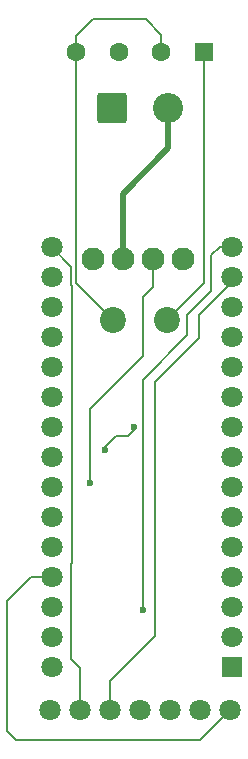
<source format=gbr>
%TF.GenerationSoftware,KiCad,Pcbnew,8.0.8-8.0.8-0~ubuntu24.04.1*%
%TF.CreationDate,2025-02-15T12:59:06-07:00*%
%TF.ProjectId,Temperature Sensor,54656d70-6572-4617-9475-72652053656e,rev?*%
%TF.SameCoordinates,Original*%
%TF.FileFunction,Copper,L1,Top*%
%TF.FilePolarity,Positive*%
%FSLAX46Y46*%
G04 Gerber Fmt 4.6, Leading zero omitted, Abs format (unit mm)*
G04 Created by KiCad (PCBNEW 8.0.8-8.0.8-0~ubuntu24.04.1) date 2025-02-15 12:59:06*
%MOMM*%
%LPD*%
G01*
G04 APERTURE LIST*
G04 Aperture macros list*
%AMRoundRect*
0 Rectangle with rounded corners*
0 $1 Rounding radius*
0 $2 $3 $4 $5 $6 $7 $8 $9 X,Y pos of 4 corners*
0 Add a 4 corners polygon primitive as box body*
4,1,4,$2,$3,$4,$5,$6,$7,$8,$9,$2,$3,0*
0 Add four circle primitives for the rounded corners*
1,1,$1+$1,$2,$3*
1,1,$1+$1,$4,$5*
1,1,$1+$1,$6,$7*
1,1,$1+$1,$8,$9*
0 Add four rect primitives between the rounded corners*
20,1,$1+$1,$2,$3,$4,$5,0*
20,1,$1+$1,$4,$5,$6,$7,0*
20,1,$1+$1,$6,$7,$8,$9,0*
20,1,$1+$1,$8,$9,$2,$3,0*%
G04 Aperture macros list end*
%TA.AperFunction,ComponentPad*%
%ADD10RoundRect,0.249999X-1.025001X-1.025001X1.025001X-1.025001X1.025001X1.025001X-1.025001X1.025001X0*%
%TD*%
%TA.AperFunction,ComponentPad*%
%ADD11C,2.550000*%
%TD*%
%TA.AperFunction,ComponentPad*%
%ADD12RoundRect,0.250000X0.550000X0.550000X-0.550000X0.550000X-0.550000X-0.550000X0.550000X-0.550000X0*%
%TD*%
%TA.AperFunction,ComponentPad*%
%ADD13C,1.600000*%
%TD*%
%TA.AperFunction,ComponentPad*%
%ADD14R,1.800000X1.800000*%
%TD*%
%TA.AperFunction,ComponentPad*%
%ADD15C,1.800000*%
%TD*%
%TA.AperFunction,ComponentPad*%
%ADD16C,1.930400*%
%TD*%
%TA.AperFunction,ComponentPad*%
%ADD17C,2.200000*%
%TD*%
%TA.AperFunction,ViaPad*%
%ADD18C,0.600000*%
%TD*%
%TA.AperFunction,Conductor*%
%ADD19C,0.200000*%
%TD*%
%TA.AperFunction,Conductor*%
%ADD20C,0.500000*%
%TD*%
G04 APERTURE END LIST*
D10*
%TO.P,J5,1,Pin_1*%
%TO.N,+5v*%
X142100000Y-69250000D03*
D11*
%TO.P,J5,2,Pin_2*%
%TO.N,GND*%
X146900000Y-69250000D03*
%TD*%
D12*
%TO.P,J2,1,Pin_1*%
%TO.N,Low*%
X149900000Y-64500000D03*
D13*
%TO.P,J2,2,Pin_2*%
%TO.N,High*%
X146300000Y-64500000D03*
%TO.P,J2,3,Pin_3*%
%TO.N,Low*%
X142700000Y-64500000D03*
%TO.P,J2,4,Pin_4*%
%TO.N,High*%
X139100000Y-64500000D03*
%TD*%
D14*
%TO.P,UNIT_1,1,D1/TX*%
%TO.N,unconnected-(UNIT_1-D1{slash}TX-Pad1)*%
X152250000Y-116560000D03*
D15*
%TO.P,UNIT_1,2,D0/RX*%
%TO.N,unconnected-(UNIT_1-D0{slash}RX-Pad2)*%
X152250000Y-114020000D03*
%TO.P,UNIT_1,3,RESET*%
%TO.N,unconnected-(UNIT_1-RESET-Pad3)*%
X152250000Y-111480000D03*
%TO.P,UNIT_1,4,COM/GND*%
%TO.N,GND*%
X152250000Y-108940000D03*
%TO.P,UNIT_1,5,D2*%
%TO.N,unconnected-(UNIT_1-D2-Pad5)*%
X152250000Y-106400000D03*
%TO.P,UNIT_1,6,D3*%
%TO.N,unconnected-(UNIT_1-D3-Pad6)*%
X152250000Y-103860000D03*
%TO.P,UNIT_1,7,D4*%
%TO.N,unconnected-(UNIT_1-D4-Pad7)*%
X152250000Y-101320000D03*
%TO.P,UNIT_1,8,D5*%
%TO.N,unconnected-(UNIT_1-D5-Pad8)*%
X152250000Y-98780000D03*
%TO.P,UNIT_1,9,D6*%
%TO.N,unconnected-(UNIT_1-D6-Pad9)*%
X152250000Y-96240000D03*
%TO.P,UNIT_1,10,D7*%
%TO.N,unconnected-(UNIT_1-D7-Pad10)*%
X152250000Y-93700000D03*
%TO.P,UNIT_1,11,D8*%
%TO.N,unconnected-(UNIT_1-D8-Pad11)*%
X152250000Y-91160000D03*
%TO.P,UNIT_1,12,D9*%
%TO.N,unconnected-(UNIT_1-D9-Pad12)*%
X152250000Y-88620000D03*
%TO.P,UNIT_1,13,D10*%
%TO.N,unconnected-(UNIT_1-D10-Pad13)*%
X152250000Y-86080000D03*
%TO.P,UNIT_1,14,D11/MOSI*%
%TO.N,SI*%
X152250000Y-83540000D03*
%TO.P,UNIT_1,15,D12/MISO*%
%TO.N,SO*%
X152250000Y-81000000D03*
%TO.P,UNIT_1,16,D13/SCK*%
%TO.N,SCK*%
X137010000Y-81000000D03*
%TO.P,UNIT_1,17,3V3*%
%TO.N,+3V*%
X137010000Y-83540000D03*
%TO.P,UNIT_1,18,AREF*%
%TO.N,unconnected-(UNIT_1-AREF-Pad18)*%
X137010000Y-86080000D03*
%TO.P,UNIT_1,19,A0*%
%TO.N,unconnected-(UNIT_1-A0-Pad19)*%
X137010000Y-88620000D03*
%TO.P,UNIT_1,20,A1*%
%TO.N,unconnected-(UNIT_1-A1-Pad20)*%
X137010000Y-91160000D03*
%TO.P,UNIT_1,21,A2*%
%TO.N,unconnected-(UNIT_1-A2-Pad21)*%
X137010000Y-93700000D03*
%TO.P,UNIT_1,22,A3*%
%TO.N,unconnected-(UNIT_1-A3-Pad22)*%
X137010000Y-96240000D03*
%TO.P,UNIT_1,23,A4*%
%TO.N,SDA*%
X137010000Y-98780000D03*
%TO.P,UNIT_1,24,A5*%
%TO.N,SCL*%
X137010000Y-101320000D03*
%TO.P,UNIT_1,25,A6*%
%TO.N,unconnected-(UNIT_1-A6-Pad25)*%
X137010000Y-103860000D03*
%TO.P,UNIT_1,26,A7*%
%TO.N,unconnected-(UNIT_1-A7-Pad26)*%
X137010000Y-106400000D03*
%TO.P,UNIT_1,27,+5V*%
%TO.N,+5V*%
X137010000Y-108940000D03*
%TO.P,UNIT_1,28,RESET*%
%TO.N,unconnected-(UNIT_1-RESET-Pad28)*%
X137010000Y-111480000D03*
%TO.P,UNIT_1,29,COM/GND*%
%TO.N,GND*%
X137010000Y-114020000D03*
%TO.P,UNIT_1,30,VIN*%
%TO.N,unconnected-(UNIT_1-VIN-Pad30)*%
X137010000Y-116560000D03*
%TD*%
D16*
%TO.P,UNIT_3,1,VIN*%
%TO.N,+3V*%
X140505000Y-82010000D03*
%TO.P,UNIT_3,2,GND*%
%TO.N,GND*%
X143045000Y-82010000D03*
%TO.P,UNIT_3,3,SCL*%
%TO.N,SCL*%
X145585000Y-82010000D03*
%TO.P,UNIT_3,4,SDA*%
%TO.N,SDA*%
X148125000Y-82010000D03*
%TD*%
D15*
%TO.P,UNIT_2,1,INT*%
%TO.N,unconnected-(UNIT_2-INT-Pad1)*%
X136880000Y-120190000D03*
%TO.P,UNIT_2,2,SCK*%
%TO.N,SCK*%
X139420000Y-120190000D03*
%TO.P,UNIT_2,3,SI*%
%TO.N,SI*%
X141960000Y-120190000D03*
%TO.P,UNIT_2,4,SO*%
%TO.N,SO*%
X144500000Y-120190000D03*
%TO.P,UNIT_2,5,CS*%
%TO.N,CS*%
X147040000Y-120190000D03*
%TO.P,UNIT_2,6,GND*%
%TO.N,0*%
X149580000Y-120190000D03*
%TO.P,UNIT_2,7,VCC*%
%TO.N,+5V*%
X152120000Y-120190000D03*
D17*
%TO.P,UNIT_2,8*%
%TO.N,Low*%
X146750000Y-87250000D03*
%TO.P,UNIT_2,9*%
%TO.N,High*%
X142250000Y-87250000D03*
%TD*%
D18*
%TO.N,SDA*%
X141500000Y-98250000D03*
X144000000Y-96250000D03*
%TO.N,SO*%
X144750000Y-111750000D03*
%TO.N,SCL*%
X140250000Y-101000000D03*
%TD*%
D19*
%TO.N,SDA*%
X142500000Y-97000000D02*
X143500000Y-97000000D01*
X143500000Y-97000000D02*
X144000000Y-96500000D01*
X141500000Y-98000000D02*
X142500000Y-97000000D01*
X141500000Y-98250000D02*
X141500000Y-98000000D01*
X144000000Y-96500000D02*
X144000000Y-96250000D01*
%TO.N,SO*%
X148500000Y-86750000D02*
X148500000Y-88500000D01*
X144750000Y-110750000D02*
X144750000Y-111750000D01*
X151250000Y-81000000D02*
X150500000Y-81750000D01*
X150500000Y-81750000D02*
X150500000Y-84750000D01*
X152250000Y-81000000D02*
X151250000Y-81000000D01*
X144750000Y-92250000D02*
X144750000Y-110750000D01*
X148500000Y-88500000D02*
X144750000Y-92250000D01*
X150500000Y-84750000D02*
X148500000Y-86750000D01*
%TO.N,SCK*%
X138750000Y-107750000D02*
X138700000Y-107800000D01*
X138750000Y-84315685D02*
X138750000Y-107750000D01*
X138700000Y-82690000D02*
X138700000Y-84265685D01*
X138700000Y-115950000D02*
X139420000Y-116670000D01*
X138700000Y-107800000D02*
X138700000Y-115950000D01*
X137010000Y-81000000D02*
X138700000Y-82690000D01*
X138700000Y-84265685D02*
X138750000Y-84315685D01*
X139420000Y-116670000D02*
X139420000Y-120190000D01*
%TO.N,SI*%
X145750000Y-92500000D02*
X145750000Y-114000000D01*
X149500000Y-88750000D02*
X145750000Y-92500000D01*
X145750000Y-114000000D02*
X141960000Y-117790000D01*
X141960000Y-117790000D02*
X141960000Y-120190000D01*
X152250000Y-83540000D02*
X152250000Y-84000000D01*
X149500000Y-86750000D02*
X149500000Y-88750000D01*
X152250000Y-84000000D02*
X149500000Y-86750000D01*
%TO.N,SCL*%
X145585000Y-84415000D02*
X145585000Y-82010000D01*
X140250000Y-101000000D02*
X140250000Y-94750000D01*
X144750000Y-85250000D02*
X145585000Y-84415000D01*
X140250000Y-94750000D02*
X144750000Y-90250000D01*
X144750000Y-90250000D02*
X144750000Y-85250000D01*
%TO.N,+5V*%
X137010000Y-108940000D02*
X135310000Y-108940000D01*
X149560000Y-122750000D02*
X152120000Y-120190000D01*
X134000000Y-122750000D02*
X149560000Y-122750000D01*
X135310000Y-108940000D02*
X133250000Y-111000000D01*
X133250000Y-111000000D02*
X133250000Y-122000000D01*
X133250000Y-122000000D02*
X134000000Y-122750000D01*
D20*
%TO.N,GND*%
X146900000Y-72650000D02*
X143045000Y-76505000D01*
X143045000Y-76505000D02*
X143045000Y-82010000D01*
X146900000Y-69250000D02*
X146900000Y-72650000D01*
D19*
%TO.N,Low*%
X146750000Y-87250000D02*
X149900000Y-84100000D01*
X149900000Y-84100000D02*
X149900000Y-64500000D01*
%TO.N,High*%
X140500000Y-61750000D02*
X145000000Y-61750000D01*
X139100000Y-63150000D02*
X140500000Y-61750000D01*
X139100000Y-64500000D02*
X139100000Y-84100000D01*
X146300000Y-63050000D02*
X146300000Y-64500000D01*
X139100000Y-84100000D02*
X142250000Y-87250000D01*
X139100000Y-64500000D02*
X139100000Y-63150000D01*
X145000000Y-61750000D02*
X146300000Y-63050000D01*
%TD*%
M02*

</source>
